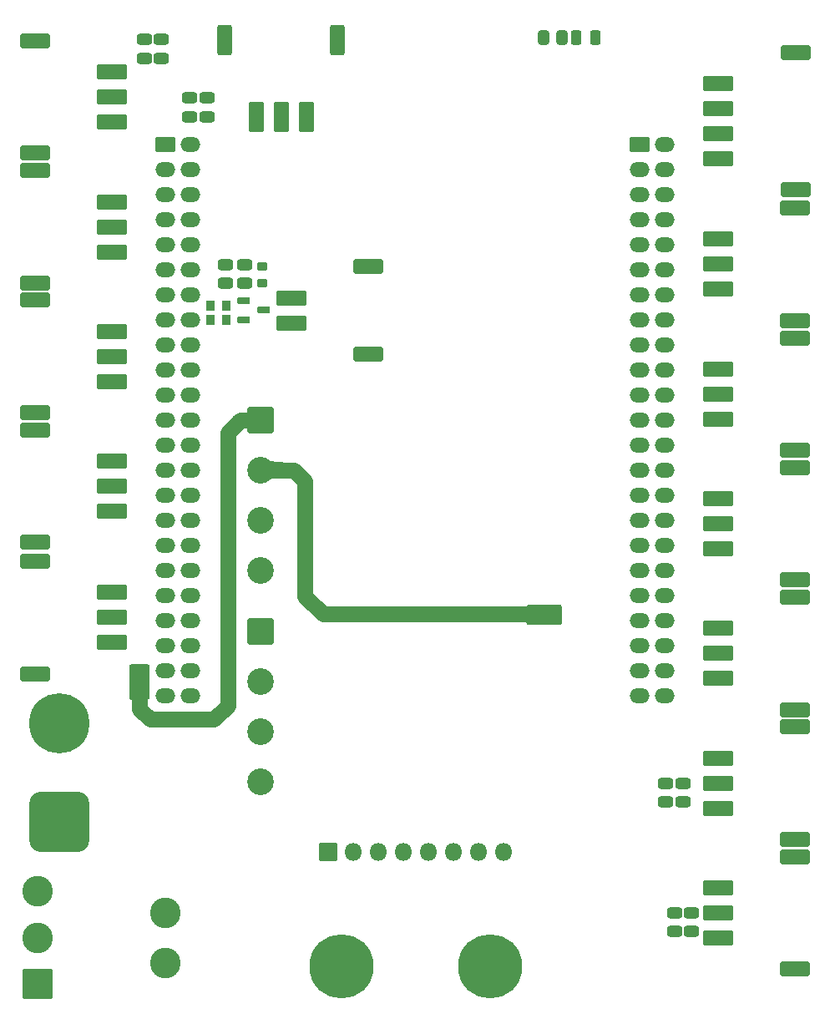
<source format=gbr>
%TF.GenerationSoftware,KiCad,Pcbnew,9.0.3*%
%TF.CreationDate,2025-07-13T22:15:26+07:00*%
%TF.ProjectId,Automative_Hexapod,4175746f-6d61-4746-9976-655f48657861,rev?*%
%TF.SameCoordinates,Original*%
%TF.FileFunction,Soldermask,Bot*%
%TF.FilePolarity,Negative*%
%FSLAX46Y46*%
G04 Gerber Fmt 4.6, Leading zero omitted, Abs format (unit mm)*
G04 Created by KiCad (PCBNEW 9.0.3) date 2025-07-13 22:15:26*
%MOMM*%
%LPD*%
G01*
G04 APERTURE LIST*
G04 Aperture macros list*
%AMRoundRect*
0 Rectangle with rounded corners*
0 $1 Rounding radius*
0 $2 $3 $4 $5 $6 $7 $8 $9 X,Y pos of 4 corners*
0 Add a 4 corners polygon primitive as box body*
4,1,4,$2,$3,$4,$5,$6,$7,$8,$9,$2,$3,0*
0 Add four circle primitives for the rounded corners*
1,1,$1+$1,$2,$3*
1,1,$1+$1,$4,$5*
1,1,$1+$1,$6,$7*
1,1,$1+$1,$8,$9*
0 Add four rect primitives between the rounded corners*
20,1,$1+$1,$2,$3,$4,$5,0*
20,1,$1+$1,$4,$5,$6,$7,0*
20,1,$1+$1,$6,$7,$8,$9,0*
20,1,$1+$1,$8,$9,$2,$3,0*%
G04 Aperture macros list end*
%ADD10RoundRect,0.258467X1.292333X1.292333X-1.292333X1.292333X-1.292333X-1.292333X1.292333X-1.292333X0*%
%ADD11C,3.101600*%
%ADD12RoundRect,1.220320X1.830480X-1.830480X1.830480X1.830480X-1.830480X1.830480X-1.830480X-1.830480X0*%
%ADD13C,6.101600*%
%ADD14RoundRect,0.050800X-0.950000X-0.700000X0.950000X-0.700000X0.950000X0.700000X-0.950000X0.700000X0*%
%ADD15O,2.001600X1.501600*%
%ADD16RoundRect,0.259770X-1.091030X1.091030X-1.091030X-1.091030X1.091030X-1.091030X1.091030X1.091030X0*%
%ADD17C,2.701600*%
%ADD18RoundRect,0.275400X0.500400X-0.275400X0.500400X0.275400X-0.500400X0.275400X-0.500400X-0.275400X0*%
%ADD19RoundRect,0.320320X-1.230480X0.480480X-1.230480X-0.480480X1.230480X-0.480480X1.230480X0.480480X0*%
%ADD20RoundRect,0.300320X-1.250480X0.450480X-1.250480X-0.450480X1.250480X-0.450480X1.250480X0.450480X0*%
%ADD21RoundRect,0.320320X1.230480X-0.480480X1.230480X0.480480X-1.230480X0.480480X-1.230480X-0.480480X0*%
%ADD22RoundRect,0.300320X1.250480X-0.450480X1.250480X0.450480X-1.250480X0.450480X-1.250480X-0.450480X0*%
%ADD23RoundRect,0.050800X-0.850000X0.850000X-0.850000X-0.850000X0.850000X-0.850000X0.850000X0.850000X0*%
%ADD24O,1.801600X1.801600*%
%ADD25C,0.901600*%
%ADD26C,6.501600*%
%ADD27RoundRect,0.225400X-0.300400X0.225400X-0.300400X-0.225400X0.300400X-0.225400X0.300400X0.225400X0*%
%ADD28RoundRect,0.275400X-0.500400X0.275400X-0.500400X-0.275400X0.500400X-0.275400X0.500400X0.275400X0*%
%ADD29RoundRect,0.050800X0.584200X-0.266700X0.584200X0.266700X-0.584200X0.266700X-0.584200X-0.266700X0*%
%ADD30RoundRect,0.320320X-0.480480X-1.230480X0.480480X-1.230480X0.480480X1.230480X-0.480480X1.230480X0*%
%ADD31RoundRect,0.300320X-0.450480X-1.250480X0.450480X-1.250480X0.450480X1.250480X-0.450480X1.250480X0*%
%ADD32RoundRect,0.225400X-0.225400X-0.300400X0.225400X-0.300400X0.225400X0.300400X-0.225400X0.300400X0*%
%ADD33RoundRect,0.269150X-0.269150X-0.481650X0.269150X-0.481650X0.269150X0.481650X-0.269150X0.481650X0*%
%ADD34RoundRect,0.274780X-0.288520X-0.476020X0.288520X-0.476020X0.288520X0.476020X-0.288520X0.476020X0*%
%ADD35C,1.625600*%
G04 APERTURE END LIST*
D10*
%TO.C,SW1*%
X55448200Y-144400000D03*
D11*
X55448200Y-139700000D03*
X55448200Y-135000000D03*
X68398200Y-142200000D03*
X68398200Y-137200000D03*
%TD*%
D12*
%TO.C,J1*%
X57608200Y-127960000D03*
D13*
X57608200Y-117960000D03*
%TD*%
D14*
%TO.C,U2*%
X116530000Y-59240000D03*
D15*
X119070000Y-59240000D03*
X116530000Y-61780000D03*
X119070000Y-61780000D03*
X116530000Y-64320000D03*
X119070000Y-64320000D03*
X116530000Y-66860000D03*
X119070000Y-66860000D03*
X116530000Y-69400000D03*
X119070000Y-69400000D03*
X116530000Y-71940000D03*
X119070000Y-71940000D03*
X116530000Y-74480000D03*
X119070000Y-74480000D03*
X116530000Y-77020000D03*
X119070000Y-77020000D03*
X116530000Y-79560000D03*
X119070000Y-79560000D03*
X116530000Y-82100000D03*
X119070000Y-82100000D03*
X116530000Y-84640000D03*
X119070000Y-84640000D03*
X116530000Y-87180000D03*
X119070000Y-87180000D03*
X116530000Y-89720000D03*
X119070000Y-89720000D03*
X116530000Y-92260000D03*
X119070000Y-92260000D03*
X116530000Y-94800000D03*
X119070000Y-94800000D03*
X116530000Y-97340000D03*
X119070000Y-97340000D03*
X116530000Y-99880000D03*
X119070000Y-99880000D03*
X116530000Y-102420000D03*
X119070000Y-102420000D03*
X116530000Y-104960000D03*
X119070000Y-104960000D03*
X116530000Y-107500000D03*
X119070000Y-107500000D03*
X116530000Y-110040000D03*
X119070000Y-110040000D03*
X116530000Y-112580000D03*
X119070000Y-112580000D03*
X116530000Y-115120000D03*
X119070000Y-115120000D03*
D14*
X68390000Y-59240000D03*
D15*
X70930000Y-59240000D03*
X68390000Y-61780000D03*
X70930000Y-61780000D03*
X68390000Y-64320000D03*
X70930000Y-64320000D03*
X68390000Y-66860000D03*
X70930000Y-66860000D03*
X68390000Y-69400000D03*
X70930000Y-69400000D03*
X68390000Y-71940000D03*
X70930000Y-71940000D03*
X68390000Y-74480000D03*
X70930000Y-74480000D03*
X68390000Y-77020000D03*
X70930000Y-77020000D03*
X68390000Y-79560000D03*
X70930000Y-79560000D03*
X68390000Y-82100000D03*
X70930000Y-82100000D03*
X68390000Y-84640000D03*
X70930000Y-84640000D03*
X68390000Y-87180000D03*
X70930000Y-87180000D03*
X68390000Y-89720000D03*
X70930000Y-89720000D03*
X68390000Y-92260000D03*
X70930000Y-92260000D03*
X68390000Y-94800000D03*
X70930000Y-94800000D03*
X68390000Y-97340000D03*
X70930000Y-97340000D03*
X68390000Y-99880000D03*
X70930000Y-99880000D03*
X68390000Y-102420000D03*
X70930000Y-102420000D03*
X68390000Y-104960000D03*
X70930000Y-104960000D03*
X68390000Y-107500000D03*
X70930000Y-107500000D03*
X68390000Y-110040000D03*
X70930000Y-110040000D03*
X68390000Y-112580000D03*
X70930000Y-112580000D03*
X68390000Y-115120000D03*
X70930000Y-115120000D03*
%TD*%
D16*
%TO.C,J2*%
X78060000Y-108650000D03*
D17*
X78060000Y-113730000D03*
X78060000Y-118810000D03*
X78060000Y-123890000D03*
%TD*%
D16*
%TO.C,J3*%
X78050000Y-87190000D03*
D17*
X78050000Y-92270000D03*
X78050000Y-97350000D03*
X78050000Y-102430000D03*
%TD*%
D18*
%TO.C,C37*%
X119140000Y-125900000D03*
X119140000Y-124000000D03*
%TD*%
D19*
%TO.C,J7*%
X124475200Y-73950000D03*
X124475200Y-71410000D03*
X124475200Y-68870000D03*
D20*
X132275200Y-65710000D03*
X132275200Y-77110000D03*
%TD*%
D21*
%TO.C,J20*%
X62994600Y-51898400D03*
X62994600Y-54438400D03*
X62994600Y-56978400D03*
D22*
X55194600Y-60138400D03*
X55194600Y-48738400D03*
%TD*%
D19*
%TO.C,J11*%
X124475200Y-126540000D03*
X124475200Y-124000000D03*
X124475200Y-121460000D03*
D20*
X132275200Y-118300000D03*
X132275200Y-129700000D03*
%TD*%
D19*
%TO.C,J12*%
X124475200Y-139690000D03*
X124475200Y-137150000D03*
X124475200Y-134610000D03*
D20*
X132275200Y-131450000D03*
X132275200Y-142850000D03*
%TD*%
D23*
%TO.C,J4*%
X84918503Y-130942000D03*
D24*
X87458503Y-130942000D03*
X89998503Y-130942000D03*
X92538503Y-130942000D03*
X95078503Y-130942000D03*
X97618503Y-130942000D03*
X100158503Y-130942000D03*
X102698503Y-130942000D03*
D25*
X101308503Y-140192000D03*
X86308503Y-140192000D03*
X103005559Y-140894944D03*
X99611447Y-140894944D03*
X88005559Y-140894944D03*
X84611447Y-140894944D03*
X103708503Y-142592000D03*
D26*
X101308503Y-142592000D03*
D25*
X98908503Y-142592000D03*
X88708503Y-142592000D03*
D26*
X86308503Y-142592000D03*
D25*
X83908503Y-142592000D03*
X103005559Y-144289056D03*
X99611447Y-144289056D03*
X88005559Y-144289056D03*
X84611447Y-144289056D03*
X101308503Y-144992000D03*
X86308503Y-144992000D03*
%TD*%
D27*
%TO.C,R40*%
X78187000Y-71668399D03*
X78187000Y-73318399D03*
%TD*%
D21*
%TO.C,J16*%
X62994600Y-104688400D03*
X62994600Y-107228400D03*
X62994600Y-109768400D03*
D22*
X55194600Y-112928400D03*
X55194600Y-101528400D03*
%TD*%
D21*
%TO.C,J18*%
X62994600Y-78218400D03*
X62994600Y-80758400D03*
X62994600Y-83298400D03*
D22*
X55194600Y-86458400D03*
X55194600Y-75058400D03*
%TD*%
D18*
%TO.C,C66*%
X72657000Y-56451400D03*
X72657000Y-54551400D03*
%TD*%
%TO.C,C42*%
X120880000Y-125900000D03*
X120880000Y-124000000D03*
%TD*%
D28*
%TO.C,C30*%
X76447000Y-71418399D03*
X76447000Y-73318399D03*
%TD*%
%TO.C,C55*%
X68000000Y-48610000D03*
X68000000Y-50510000D03*
%TD*%
D29*
%TO.C,Q3*%
X76327000Y-77020000D03*
X76327000Y-75119998D03*
X78359000Y-76069999D03*
%TD*%
D19*
%TO.C,J8*%
X124475200Y-87110000D03*
X124475200Y-84570000D03*
X124475200Y-82030000D03*
D20*
X132275200Y-78870000D03*
X132275200Y-90270000D03*
%TD*%
D19*
%TO.C,J6*%
X124485400Y-60706000D03*
X124485400Y-58166000D03*
X124485400Y-55626000D03*
X124485400Y-53086000D03*
D20*
X132285400Y-49946000D03*
X132285400Y-63846000D03*
%TD*%
D19*
%TO.C,J10*%
X124475200Y-113390000D03*
X124475200Y-110850000D03*
X124475200Y-108310000D03*
D20*
X132275200Y-105150000D03*
X132275200Y-116550000D03*
%TD*%
D18*
%TO.C,C47*%
X121767600Y-139050000D03*
X121767600Y-137150000D03*
%TD*%
D30*
%TO.C,J22*%
X82677000Y-56451400D03*
X80137000Y-56451400D03*
X77597000Y-56451400D03*
D31*
X74437000Y-48651400D03*
X85837000Y-48651400D03*
%TD*%
D28*
%TO.C,C60*%
X66260000Y-48610000D03*
X66260000Y-50510000D03*
%TD*%
D32*
%TO.C,R38*%
X72942000Y-77020000D03*
X74592000Y-77020000D03*
%TD*%
D28*
%TO.C,C29*%
X74497000Y-71418399D03*
X74497000Y-73318399D03*
%TD*%
D32*
%TO.C,R39*%
X72942000Y-75598399D03*
X74592000Y-75598399D03*
%TD*%
D18*
%TO.C,C43*%
X120017600Y-139050000D03*
X120017600Y-137150000D03*
%TD*%
D33*
%TO.C,D4*%
X110098500Y-48412400D03*
X111973500Y-48412400D03*
%TD*%
D19*
%TO.C,J5*%
X81215000Y-77380000D03*
X81215000Y-74840000D03*
D20*
X89015000Y-71660000D03*
X89015000Y-80560000D03*
%TD*%
D18*
%TO.C,C62*%
X70897000Y-56451400D03*
X70897000Y-54551400D03*
%TD*%
D21*
%TO.C,J17*%
X62994600Y-91358400D03*
X62994600Y-93898400D03*
X62994600Y-96438400D03*
D22*
X55194600Y-99598400D03*
X55194600Y-88198400D03*
%TD*%
D19*
%TO.C,J9*%
X124475200Y-100250000D03*
X124475200Y-97710000D03*
X124475200Y-95170000D03*
D20*
X132275200Y-92010000D03*
X132275200Y-103410000D03*
%TD*%
D21*
%TO.C,J19*%
X62994600Y-65068400D03*
X62994600Y-67608400D03*
X62994600Y-70148400D03*
D22*
X55194600Y-73308400D03*
X55194600Y-61908400D03*
%TD*%
D34*
%TO.C,R7*%
X106783500Y-48412400D03*
X108608500Y-48412400D03*
%TD*%
D35*
X76030400Y-87190000D02*
X74777600Y-88442800D01*
X78050000Y-87190000D02*
X76030400Y-87190000D01*
X74777600Y-116128800D02*
X73355200Y-117551200D01*
X65790000Y-112960000D02*
X65840000Y-112910000D01*
X65790000Y-116470000D02*
X65790000Y-112960000D01*
X74777600Y-88442800D02*
X74777600Y-116128800D01*
X73355200Y-117551200D02*
X66871200Y-117551200D01*
X66871200Y-117551200D02*
X65790000Y-116470000D01*
X84378800Y-106883200D02*
X82550000Y-105054400D01*
X82550000Y-93370400D02*
X81449600Y-92270000D01*
X107040000Y-106900000D02*
X107023200Y-106883200D01*
X107023200Y-106883200D02*
X84378800Y-106883200D01*
X82550000Y-105054400D02*
X82550000Y-93370400D01*
X81449600Y-92270000D02*
X78050000Y-92270000D01*
G36*
X66695677Y-111979685D02*
G01*
X66716319Y-111996319D01*
X66773681Y-112053681D01*
X66807166Y-112115004D01*
X66810000Y-112141362D01*
X66810000Y-115348638D01*
X66790315Y-115415677D01*
X66773681Y-115436319D01*
X66716319Y-115493681D01*
X66654996Y-115527166D01*
X66628638Y-115530000D01*
X64941362Y-115530000D01*
X64874323Y-115510315D01*
X64853681Y-115493681D01*
X64796319Y-115436319D01*
X64762834Y-115374996D01*
X64760000Y-115348638D01*
X64760000Y-112141362D01*
X64779685Y-112074323D01*
X64796319Y-112053681D01*
X64853681Y-111996319D01*
X64915004Y-111962834D01*
X64941362Y-111960000D01*
X66628638Y-111960000D01*
X66695677Y-111979685D01*
G37*
G36*
X108475677Y-105929685D02*
G01*
X108496319Y-105946319D01*
X108553681Y-106003681D01*
X108587166Y-106065004D01*
X108590000Y-106091362D01*
X108590000Y-107778638D01*
X108570315Y-107845677D01*
X108553681Y-107866319D01*
X108496319Y-107923681D01*
X108434996Y-107957166D01*
X108408638Y-107960000D01*
X105211362Y-107960000D01*
X105144323Y-107940315D01*
X105123681Y-107923681D01*
X105056319Y-107856319D01*
X105022834Y-107794996D01*
X105020000Y-107768638D01*
X105020000Y-106091362D01*
X105039685Y-106024323D01*
X105056319Y-106003681D01*
X105113681Y-105946319D01*
X105175004Y-105912834D01*
X105201362Y-105910000D01*
X108408638Y-105910000D01*
X108475677Y-105929685D01*
G37*
G36*
X76766193Y-86251488D02*
G01*
X78090053Y-87154639D01*
X78100278Y-87170266D01*
X78100660Y-87173367D01*
X78102179Y-87199271D01*
X78096055Y-87216913D01*
X78093834Y-87219109D01*
X76784661Y-88357808D01*
X76766953Y-88363739D01*
X76759279Y-88361928D01*
X76729053Y-88349359D01*
X76715866Y-88336135D01*
X76714076Y-88328456D01*
X76702532Y-88155739D01*
X76702533Y-88155739D01*
X76679021Y-88050125D01*
X76647880Y-87986532D01*
X76614914Y-87954617D01*
X76579532Y-87941055D01*
X76538195Y-87939616D01*
X76434866Y-87962523D01*
X76377279Y-87977985D01*
X76364643Y-87977990D01*
X76350969Y-87974330D01*
X76340025Y-87968013D01*
X75245914Y-86873902D01*
X75238767Y-86856649D01*
X75239983Y-86849043D01*
X75250102Y-86818201D01*
X75262271Y-86804035D01*
X75269606Y-86801686D01*
X75605438Y-86750456D01*
X75605793Y-86750405D01*
X75850003Y-86716817D01*
X75850045Y-86716810D01*
X76176438Y-86656430D01*
X76401409Y-86590084D01*
X76401415Y-86590082D01*
X76548488Y-86520072D01*
X76548494Y-86520068D01*
X76636756Y-86449740D01*
X76684403Y-86377342D01*
X76695034Y-86342464D01*
X76700889Y-86282053D01*
X76709666Y-86265570D01*
X76714831Y-86262308D01*
X76742098Y-86249545D01*
X76760754Y-86248703D01*
X76766193Y-86251488D01*
G37*
G36*
X78892717Y-91222187D02*
G01*
X78995049Y-91291280D01*
X79079501Y-91331309D01*
X79079503Y-91331310D01*
X79176777Y-91364870D01*
X79314340Y-91397776D01*
X79470796Y-91422053D01*
X79470833Y-91422057D01*
X79861066Y-91450296D01*
X79861103Y-91450298D01*
X80350434Y-91457361D01*
X80367459Y-91464629D01*
X80382655Y-91480045D01*
X80389678Y-91497174D01*
X80389678Y-93042803D01*
X80382678Y-93059909D01*
X80367528Y-93075319D01*
X80350543Y-93082609D01*
X79806895Y-93091865D01*
X79806881Y-93091865D01*
X79445592Y-93121188D01*
X79445588Y-93121189D01*
X79201014Y-93168393D01*
X79201012Y-93168393D01*
X79029169Y-93231212D01*
X79029165Y-93231213D01*
X78891460Y-93318270D01*
X78874560Y-93321738D01*
X78854854Y-93318579D01*
X78839883Y-93310001D01*
X78003767Y-92294987D01*
X77998200Y-92279473D01*
X77998200Y-92260526D01*
X78003767Y-92245012D01*
X78840028Y-91229823D01*
X78855361Y-91221189D01*
X78875563Y-91218261D01*
X78892717Y-91222187D01*
G37*
M02*

</source>
